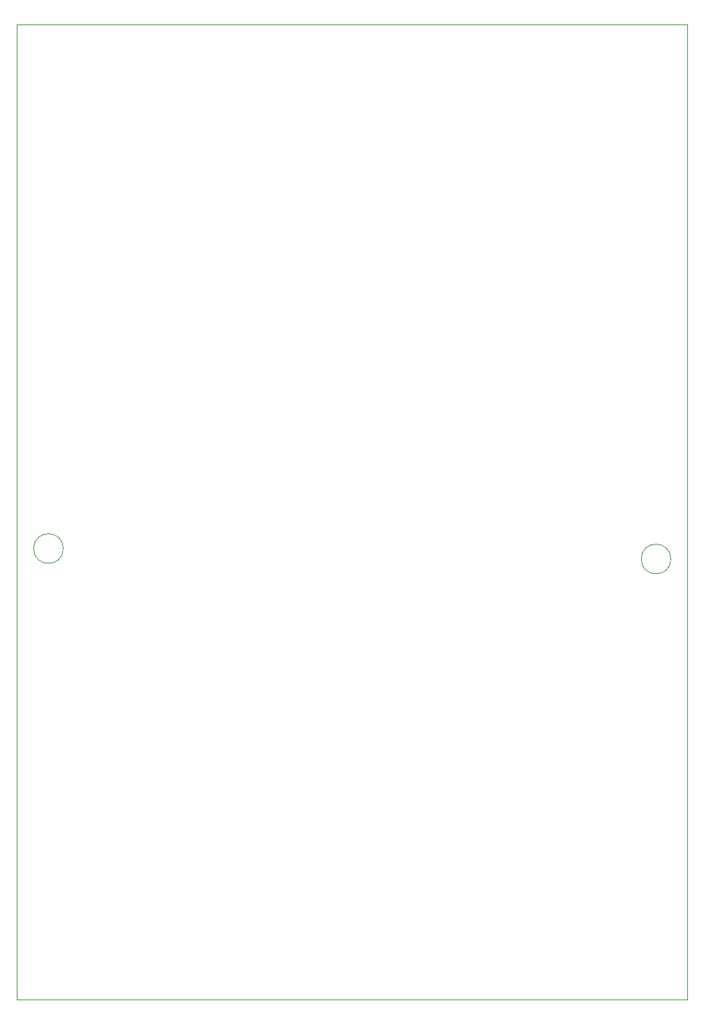
<source format=gbr>
G04 #@! TF.GenerationSoftware,KiCad,Pcbnew,5.1.4-e60b266~84~ubuntu19.04.1*
G04 #@! TF.CreationDate,2019-11-21T14:49:26-05:00*
G04 #@! TF.ProjectId,Esp32Badge-v1,45737033-3242-4616-9467-652d76312e6b,1*
G04 #@! TF.SameCoordinates,Original*
G04 #@! TF.FileFunction,Profile,NP*
%FSLAX46Y46*%
G04 Gerber Fmt 4.6, Leading zero omitted, Abs format (unit mm)*
G04 Created by KiCad (PCBNEW 5.1.4-e60b266~84~ubuntu19.04.1) date 2019-11-21 14:49:26*
%MOMM*%
%LPD*%
G04 APERTURE LIST*
%ADD10C,0.050000*%
G04 APERTURE END LIST*
D10*
X100856051Y-95250000D02*
G75*
G03X100856051Y-95250000I-1796051J0D01*
G01*
X174516051Y-96520000D02*
G75*
G03X174516051Y-96520000I-1796051J0D01*
G01*
X176530000Y-31750000D02*
X95250000Y-31750000D01*
X176530000Y-149860000D02*
X176530000Y-31750000D01*
X95250000Y-149860000D02*
X176530000Y-149860000D01*
X95250000Y-31750000D02*
X95250000Y-149860000D01*
M02*

</source>
